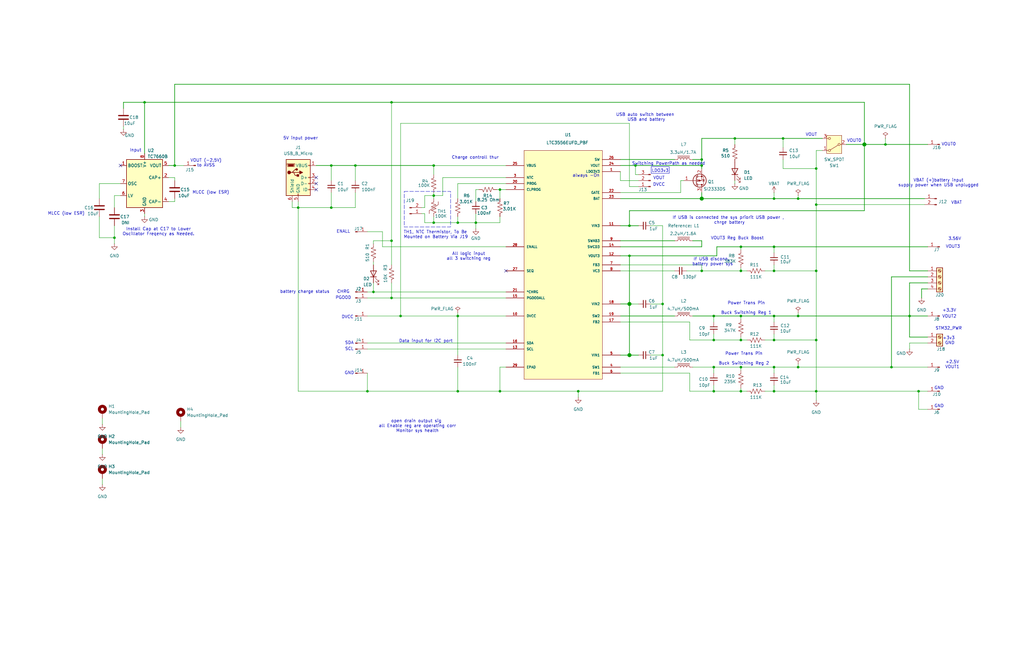
<source format=kicad_sch>
(kicad_sch (version 20231120) (generator "eeschema") (generator_version "8.0")
  (paper "B")
  (title_block (title "LTC3556EUFD_PBF") (date "11/11/2024") (rev "1.1") (company "Team 9") (comment 1 "Kirk Young"))
  (lib_symbols
    (symbol "Connector:Conn_01x01_Pin" (pin_names (offset 1.016) hide)
      (property "Reference" "J" (at 0 2.54 0))
      (property "Value" "Conn_01x01_Pin" (at 0 -2.54 0))
      (symbol "Conn_01x01_Pin_1_1"
        (pin passive line (at 5.08 0 180) (length 3.81) (name "Pin_1") (number "1"))
      )
    )
    (symbol "Connector:Conn_01x02_Pin" (pin_names (offset 1.016) hide)
      (property "Reference" "J" (at 0 2.54 0))
      (property "Value" "Conn_01x02_Pin" (at 0 -5.08 0))
      (symbol "Conn_01x02_Pin_1_1"
        (pin passive line (at 5.08 0 180) (length 3.81) (name "Pin_1") (number "1"))
        (pin passive line (at 5.08 -2.54 180) (length 3.81) (name "Pin_2") (number "2"))
      )
    )
    (symbol "Connector:Conn_01x03_Pin" (pin_names (offset 1.016) hide)
      (property "Reference" "J" (at 0 5.08 0))
      (property "Value" "Conn_01x03_Pin" (at 0 -5.08 0))
      (symbol "Conn_01x03_Pin_1_1"
        (pin passive line (at 5.08 2.54 180) (length 3.81) (name "Pin_1") (number "1"))
        (pin passive line (at 5.08 0 180) (length 3.81) (name "Pin_2") (number "2"))
        (pin passive line (at 5.08 -2.54 180) (length 3.81) (name "Pin_3") (number "3"))
      )
    )
    (symbol "Connector:Screw_Terminal_01x02" (pin_names (offset 1.016) hide)
      (property "Reference" "J" (at 0 2.54 0))
      (property "Value" "Screw_Terminal_01x02" (at 0 -5.08 0))
      (symbol "Screw_Terminal_01x02_1_1"
        (pin passive line (at -5.08 0 0) (length 3.81) (name "Pin_1") (number "1"))
        (pin passive line (at -5.08 -2.54 0) (length 3.81) (name "Pin_2") (number "2"))
      )
    )
    (symbol "Connector:Screw_Terminal_01x04" (pin_names (offset 1.016) hide)
      (property "Reference" "J" (at 0 5.08 0))
      (property "Value" "Screw_Terminal_01x04" (at 0 -7.62 0))
      (symbol "Screw_Terminal_01x04_1_1"
        (pin passive line (at -5.08 2.54 0) (length 3.81) (name "Pin_1") (number "1"))
        (pin passive line (at -5.08 0 0) (length 3.81) (name "Pin_2") (number "2"))
        (pin passive line (at -5.08 -2.54 0) (length 3.81) (name "Pin_3") (number "3"))
        (pin passive line (at -5.08 -5.08 0) (length 3.81) (name "Pin_4") (number "4"))
      )
    )
    (symbol "Connector:USB_B_Micro" (pin_names (offset 1.016))
      (property "Reference" "J" (at -5.08 11.43 0))
      (property "Value" "USB_B_Micro" (at -5.08 8.89 0))
      (symbol "USB_B_Micro_1_1"
        (pin power_out line (at 7.62 5.08 180) (length 2.54) (name "VBUS") (number "1"))
        (pin bidirectional line (at 7.62 -2.54 180) (length 2.54) (name "D-") (number "2"))
        (pin bidirectional line (at 7.62 0 180) (length 2.54) (name "D+") (number "3"))
        (pin passive line (at 7.62 -5.08 180) (length 2.54) (name "ID") (number "4"))
        (pin power_out line (at 0 -10.16 90) (length 2.54) (name "GND") (number "5"))
        (pin passive line (at -2.54 -10.16 90) (length 2.54) (name "Shield") (number "6"))
      )
    )
    (symbol "Converter_DCDC:TC7662Bx0A"
      (property "Reference" "U" (at -6.35 11.43 0))
      (property "Value" "TC7662Bx0A" (at 7.62 11.43 0))
      (symbol "TC7662Bx0A_1_1"
        (pin input line (at -10.16 7.62 0) (length 2.54) (name "BOOST") (number "1"))
        (pin passive line (at 10.16 2.54 180) (length 2.54) (name "CAP+") (number "2"))
        (pin power_in line (at 0 -12.7 90) (length 2.54) (name "GND") (number "3"))
        (pin passive line (at 10.16 -7.62 180) (length 2.54) (name "CAP-") (number "4"))
        (pin power_out line (at 10.16 7.62 180) (length 2.54) (name "VOUT") (number "5"))
        (pin input line (at -10.16 -5.08 0) (length 2.54) (name "LV") (number "6"))
        (pin passive line (at -10.16 0 0) (length 2.54) (name "OSC") (number "7"))
        (pin power_in line (at 0 12.7 270) (length 2.54) (name "V+") (number "8"))
      )
    )
    (symbol "Device:C" (pin_numbers hide) (pin_names (offset 0.254))
      (property "Reference" "C" (at 0.635 2.54 0))
      (property "Value" "C" (at 0.635 -2.54 0))
      (symbol "C_1_1"
        (pin passive line (at 0 3.81 270) (length 2.794) (name "~") (number "1"))
        (pin passive line (at 0 -3.81 90) (length 2.794) (name "~") (number "2"))
      )
    )
    (symbol "Device:C_Small" (pin_numbers hide) (pin_names (offset 0.254) hide)
      (property "Reference" "C" (at 0.254 1.778 0))
      (property "Value" "C_Small" (at 0.254 -2.032 0))
      (symbol "C_Small_1_1"
        (pin passive line (at 0 2.54 270) (length 2.032) (name "~") (number "1"))
        (pin passive line (at 0 -2.54 90) (length 2.032) (name "~") (number "2"))
      )
    )
    (symbol "Device:LED" (pin_numbers hide) (pin_names (offset 1.016) hide)
      (property "Reference" "D" (at 0 2.54 0))
      (property "Value" "LED" (at 0 -2.54 0))
      (symbol "LED_1_1"
        (pin passive line (at -3.81 0 0) (length 2.54) (name "K") (number "1"))
        (pin passive line (at 3.81 0 180) (length 2.54) (name "A") (number "2"))
      )
    )
    (symbol "Device:L_Iron" (pin_numbers hide) (pin_names (offset 1.016) hide)
      (property "Reference" "L" (at -1.27 0 90))
      (property "Value" "L_Iron" (at 2.794 0 90))
      (symbol "L_Iron_1_1"
        (pin passive line (at 0 3.81 270) (length 1.27) (name "1") (number "1"))
        (pin passive line (at 0 -3.81 90) (length 1.27) (name "2") (number "2"))
      )
    )
    (symbol "Device:R_US" (pin_numbers hide) (pin_names (offset 0))
      (property "Reference" "R" (at 2.54 0 90))
      (property "Value" "R_US" (at -2.54 0 90))
      (symbol "R_US_1_1"
        (pin passive line (at 0 3.81 270) (length 1.27) (name "~") (number "1"))
        (pin passive line (at 0 -3.81 90) (length 1.27) (name "~") (number "2"))
      )
    )
    (symbol "Device:Thermistor_US" (pin_numbers hide) (pin_names (offset 0))
      (property "Reference" "TH" (at 2.54 1.27 90))
      (property "Value" "Thermistor_US" (at -2.54 0 90))
      (symbol "Thermistor_US_1_1"
        (pin passive line (at 0 3.81 270) (length 1.27) (name "~") (number "1"))
        (pin passive line (at 0 -3.81 90) (length 1.27) (name "~") (number "2"))
      )
    )
    (symbol "LTC3556EUFD_PBF:LTC3556EUFD_PBF" (pin_names (offset 1.016))
      (property "Reference" "U1" (at 26.162 6.604 0))
      (property "Value" "LTC3556EUFD_PBF" (at 25.908 3.302 0))
      (symbol "LTC3556EUFD_PBF_0_0"
        (pin power_out line (at 48.26 -8.89 180) (length 7.62) (name "LDO3V3") (number "1"))
        (pin power_in line (at 0 -69.85 0) (length 7.62) (name "DVCC") (number "10"))
        (pin input line (at 48.26 -31.75 180) (length 7.62) (name "VIN3") (number "11"))
        (pin output line (at 48.26 -44.45 180) (length 7.62) (name "VOUT3") (number "12"))
        (pin input line (at 0 -83.82 0) (length 7.62) (name "SCL") (number "13"))
        (pin passive line (at 48.26 -40.64 180) (length 7.62) (name "SWCD3") (number "14"))
        (pin output line (at 0 -62.23 0) (length 7.62) (name "PGOODALL") (number "15"))
        (pin input line (at 0 -81.28 0) (length 7.62) (name "SDA") (number "16"))
        (pin input line (at 48.26 -72.39 180) (length 7.62) (name "FB2") (number "17"))
        (pin input line (at 48.26 -64.77 180) (length 7.62) (name "VIN2") (number "18"))
        (pin passive line (at 48.26 -69.85 180) (length 7.62) (name "SW2") (number "19"))
        (pin passive line (at 0 -16.51 0) (length 7.62) (name "CLPROG") (number "2"))
        (pin passive line (at 0 -13.97 0) (length 7.62) (name "PROG") (number "20"))
        (pin output line (at 0 -59.69 0) (length 7.62) (name "*CHRG") (number "21"))
        (pin output line (at 48.26 -17.78 180) (length 7.62) (name "GATE") (number "22"))
        (pin passive line (at 48.26 -20.32 180) (length 7.62) (name "BAT") (number "23"))
        (pin output line (at 48.26 -6.35 180) (length 7.62) (name "VOUT") (number "24"))
        (pin input line (at 0 -6.35 0) (length 7.62) (name "VBUS") (number "25"))
        (pin passive line (at 48.26 -3.81 180) (length 7.62) (name "SW") (number "26"))
        (pin input line (at 0 -50.8 0) (length 7.62) (name "SEQ") (number "27"))
        (pin input line (at 0 -40.64 0) (length 7.62) (name "ENALL") (number "28"))
        (pin passive line (at 0 -91.44 0) (length 7.62) (name "EPAD") (number "29"))
        (pin input line (at 0 -11.43 0) (length 7.62) (name "NTC") (number "3"))
        (pin passive line (at 48.26 -91.44 180) (length 7.62) (name "SW1") (number "4"))
        (pin input line (at 48.26 -86.36 180) (length 7.62) (name "VIN1") (number "5"))
        (pin input line (at 48.26 -93.98 180) (length 7.62) (name "FB1") (number "6"))
        (pin input line (at 48.26 -48.26 180) (length 7.62) (name "FB3") (number "7"))
        (pin output line (at 48.26 -50.8 180) (length 7.62) (name "VC3") (number "8"))
        (pin passive line (at 48.26 -38.1 180) (length 7.62) (name "SWAB3") (number "9"))
      )
    )
    (symbol "Mechanical:MountingHole_Pad" (pin_numbers hide) (pin_names (offset 1.016) hide) (exclude_from_sim yes) (in_bom no)
      (property "Reference" "H" (at 0 6.35 0))
      (property "Value" "MountingHole_Pad" (at 0 4.445 0))
      (symbol "MountingHole_Pad_1_1"
        (pin input line (at 0 -2.54 90) (length 2.54) (name "1") (number "1"))
      )
    )
    (symbol "SW_SPDT_1" (pin_names (offset 0) hide)
      (property "Reference" "SW" (at 0 5.08 0))
      (property "Value" "SW_SPDT" (at 0 -5.08 0))
      (symbol "SW_SPDT_1_1_1"
        (pin passive line (at 5.08 2.54 180) (length 2.54) (name "A") (number "1"))
        (pin passive line (at -5.08 0 0) (length 2.54) (name "B") (number "2"))
        (pin passive line (at 5.08 -2.54 180) (length 2.54) (name "C") (number "3"))
      )
    )
    (symbol "Transistor_FET:Si2319CDS" (pin_names hide)
      (property "Reference" "Q" (at 5.08 1.905 0))
      (property "Value" "Si2319CDS" (at 5.08 0 0))
      (symbol "Si2319CDS_1_1"
        (pin input line (at -5.08 0 0) (length 2.54) (name "G") (number "1"))
        (pin passive line (at 2.54 -5.08 90) (length 2.54) (name "S") (number "2"))
        (pin passive line (at 2.54 5.08 270) (length 2.54) (name "D") (number "3"))
      )
    )
    (symbol "power:+BATT" (power) (pin_numbers hide) (pin_names (offset 0) hide)
      (property "Value" "+BATT" (at 0 3.556 0))
      (symbol "+BATT_1_1"
        (pin power_in line (at 0 0 90) (length 0) (name "~") (number "1"))
      )
    )
    (symbol "power:GND" (power) (pin_numbers hide) (pin_names (offset 0) hide)
      (property "Value" "GND" (at 0 -3.81 0))
      (symbol "GND_1_1"
        (pin power_in line (at 0 0 270) (length 0) (name "~") (number "1"))
      )
    )
    (symbol "power:PWR_FLAG" (power) (pin_numbers hide) (pin_names (offset 0) hide)
      (property "Value" "PWR_FLAG" (at 0 3.81 0))
      (symbol "PWR_FLAG_0_0"
        (pin power_out line (at 0 0 90) (length 0) (name "~") (number "1"))
      )
    )
  )
  (junction (at 182.88 69.85))
  (junction (at 364.49 60.96) (diameter 1.524))
  (junction (at 336.55 154.94))
  (junction (at 309.88 58.42))
  (junction (at 149.86 69.85))
  (junction (at 326.39 154.94))
  (junction (at 165.1 43.18))
  (junction (at 243.84 165.1))
  (junction (at 344.17 114.3))
  (junction (at 182.88 93.98))
  (junction (at 312.42 133.35))
  (junction (at 139.7 69.85))
  (junction (at 265.43 149.86) (diameter 1.524))
  (junction (at 193.04 165.1))
  (junction (at 139.7 87.63))
  (junction (at 326.39 143.51))
  (junction (at 300.99 133.35))
  (junction (at 295.91 114.3))
  (junction (at 326.39 165.1))
  (junction (at 344.17 71.12))
  (junction (at 312.42 165.1))
  (junction (at 300.99 154.94))
  (junction (at 125.73 87.63))
  (junction (at 193.04 93.98))
  (junction (at 168.91 133.35))
  (junction (at 326.39 114.3))
  (junction (at 295.91 67.31))
  (junction (at 295.91 69.85))
  (junction (at 279.4 128.27))
  (junction (at 73.66 69.85))
  (junction (at 336.55 133.35))
  (junction (at 300.99 165.1))
  (junction (at 182.88 82.55))
  (junction (at 210.82 165.1))
  (junction (at 344.17 143.51))
  (junction (at 300.99 143.51))
  (junction (at 375.92 154.94))
  (junction (at 312.42 154.94))
  (junction (at 200.66 93.98))
  (junction (at 326.39 83.82))
  (junction (at 265.43 95.25))
  (junction (at 193.04 133.35))
  (junction (at 165.1 101.6))
  (junction (at 295.91 83.82) (diameter 1.524))
  (junction (at 60.96 43.18))
  (junction (at 312.42 143.51))
  (junction (at 373.38 60.96))
  (junction (at 312.42 114.3))
  (junction (at 48.26 100.33))
  (junction (at 157.48 123.19))
  (junction (at 265.43 107.95))
  (junction (at 344.17 86.36))
  (junction (at 154.94 165.1))
  (junction (at 165.1 125.73))
  (junction (at 312.42 104.14))
  (junction (at 387.35 165.1))
  (junction (at 265.43 128.27) (diameter 1.524))
  (junction (at 344.17 165.1))
  (junction (at 383.54 133.35))
  (junction (at 279.4 149.86))
  (junction (at 330.2 58.42))
  (junction (at 326.39 104.14))
  (junction (at 267.97 69.85))
  (junction (at 326.39 133.35))
  (junction (at 210.82 80.01))
  (junction (at 336.55 83.82))
  (no_connect (at 50.8 69.85))
  (no_connect (at 133.35 74.93))
  (no_connect (at 133.35 77.47))
  (no_connect (at 133.35 80.01))
  (no_connect (at 213.36 114.3))
  (wire (pts (xy 71.12 85.09) (xy 73.66 85.09)))
  (wire (pts (xy 149.86 87.63) (xy 139.7 87.63)))
  (wire (pts (xy 300.99 162.56) (xy 300.99 165.1)))
  (wire (pts (xy 261.62 83.82) (xy 295.91 83.82)) (stroke (width 0.254)))
  (wire (pts (xy 261.62 67.31) (xy 284.48 67.31)) (stroke (width 0.254)))
  (wire (pts (xy 346.71 63.5) (xy 344.17 63.5)))
  (wire (pts (xy 76.2 177.8) (xy 76.2 180.34)))
  (wire (pts (xy 165.1 43.18) (xy 165.1 101.6)))
  (wire (pts (xy 193.04 133.35) (xy 213.36 133.35)))
  (wire (pts (xy 391.16 116.84) (xy 375.92 116.84)) (stroke (width 0.254)))
  (wire (pts (xy 168.91 133.35) (xy 193.04 133.35)))
  (wire (pts (xy 265.43 88.9) (xy 265.43 95.25)) (stroke (width 0.254)))
  (wire (pts (xy 154.94 157.48) (xy 154.94 165.1)))
  (wire (pts (xy 383.54 144.78) (xy 383.54 147.32)))
  (wire (pts (xy 330.2 67.31) (xy 330.2 71.12)))
  (wire (pts (xy 154.94 97.79) (xy 161.29 97.79)))
  (wire (pts (xy 295.91 81.28) (xy 295.91 83.82)) (stroke (width 0.254)))
  (wire (pts (xy 210.82 80.01) (xy 210.82 83.82)))
  (wire (pts (xy 200.66 93.98) (xy 200.66 96.52)))
  (wire (pts (xy 287.02 81.28) (xy 287.02 76.2)))
  (wire (pts (xy 295.91 104.14) (xy 261.62 104.14)) (stroke (width 0.254)))
  (wire (pts (xy 210.82 80.01) (xy 213.36 80.01)))
  (wire (pts (xy 133.35 69.85) (xy 139.7 69.85)) (stroke (width 0.254)))
  (wire (pts (xy 265.43 52.07) (xy 168.91 52.07)))
  (wire (pts (xy 391.16 119.38) (xy 383.54 119.38)) (stroke (width 0.254)))
  (wire (pts (xy 312.42 104.14) (xy 312.42 105.41)))
  (wire (pts (xy 261.62 154.94) (xy 284.48 154.94)))
  (wire (pts (xy 326.39 83.82) (xy 336.55 83.82)) (stroke (width 0.254)))
  (wire (pts (xy 200.66 80.01) (xy 200.66 85.09)))
  (wire (pts (xy 125.73 87.63) (xy 125.73 165.1)))
  (wire (pts (xy 326.39 143.51) (xy 344.17 143.51)))
  (wire (pts (xy 261.62 95.25) (xy 265.43 95.25)) (stroke (width 0.254)))
  (wire (pts (xy 373.38 58.42) (xy 373.38 60.96)))
  (wire (pts (xy 312.42 156.21) (xy 312.42 154.94)))
  (wire (pts (xy 139.7 69.85) (xy 139.7 76.2)))
  (wire (pts (xy 161.29 104.14) (xy 213.36 104.14)))
  (wire (pts (xy 43.18 176.53) (xy 43.18 179.07)))
  (wire (pts (xy 287.02 76.2) (xy 288.29 76.2)))
  (wire (pts (xy 261.62 101.6) (xy 284.48 101.6)) (stroke (width 0.254)))
  (wire (pts (xy 182.88 82.55) (xy 182.88 83.82)))
  (wire (pts (xy 344.17 165.1) (xy 344.17 168.91)))
  (wire (pts (xy 200.66 80.01) (xy 201.93 80.01)))
  (wire (pts (xy 123.19 87.63) (xy 125.73 87.63)))
  (wire (pts (xy 179.07 82.55) (xy 182.88 82.55)))
  (wire (pts (xy 364.49 43.18) (xy 364.49 60.96)) (stroke (width 0.254)))
  (wire (pts (xy 210.82 154.94) (xy 213.36 154.94)))
  (wire (pts (xy 326.39 106.68) (xy 326.39 104.14)))
  (wire (pts (xy 383.54 133.35) (xy 383.54 142.24)) (stroke (width 0.254)))
  (wire (pts (xy 157.48 101.6) (xy 165.1 101.6)))
  (wire (pts (xy 312.42 134.62) (xy 312.42 133.35)))
  (wire (pts (xy 292.1 154.94) (xy 300.99 154.94)))
  (wire (pts (xy 261.62 69.85) (xy 267.97 69.85)) (stroke (width 0.254)))
  (wire (pts (xy 326.39 104.14) (xy 391.16 104.14)) (stroke (width 0.254)))
  (wire (pts (xy 391.16 172.72) (xy 387.35 172.72)))
  (wire (pts (xy 213.36 74.93) (xy 186.69 74.93)))
  (wire (pts (xy 388.62 121.92) (xy 388.62 125.73)) (stroke (width 0.254)))
  (wire (pts (xy 300.99 140.97) (xy 300.99 143.51)))
  (wire (pts (xy 344.17 86.36) (xy 344.17 114.3)))
  (wire (pts (xy 326.39 140.97) (xy 326.39 143.51)))
  (wire (pts (xy 73.66 35.56) (xy 383.54 35.56)) (stroke (width 0.254)))
  (wire (pts (xy 168.91 52.07) (xy 168.91 133.35)))
  (wire (pts (xy 186.69 74.93) (xy 186.69 82.55)))
  (wire (pts (xy 373.38 60.96) (xy 391.16 60.96)) (stroke (width 0.254)))
  (wire (pts (xy 309.88 58.42) (xy 309.88 60.96)))
  (wire (pts (xy 295.91 58.42) (xy 309.88 58.42)) (stroke (width 0.254)))
  (wire (pts (xy 326.39 157.48) (xy 326.39 154.94)))
  (wire (pts (xy 261.62 76.2) (xy 269.24 76.2)))
  (wire (pts (xy 265.43 107.95) (xy 302.26 107.95)) (stroke (width 0.254)))
  (wire (pts (xy 261.62 107.95) (xy 265.43 107.95)) (stroke (width 0.254)))
  (wire (pts (xy 289.56 114.3) (xy 295.91 114.3)))
  (wire (pts (xy 182.88 93.98) (xy 193.04 93.98)))
  (wire (pts (xy 261.62 133.35) (xy 284.48 133.35)) (stroke (width 0.254)))
  (wire (pts (xy 60.96 43.18) (xy 165.1 43.18)) (stroke (width 0.254)))
  (wire (pts (xy 48.26 100.33) (xy 48.26 95.25)))
  (wire (pts (xy 154.94 165.1) (xy 193.04 165.1)))
  (wire (pts (xy 300.99 135.89) (xy 300.99 133.35)))
  (wire (pts (xy 210.82 154.94) (xy 210.82 165.1)))
  (wire (pts (xy 344.17 86.36) (xy 389.89 86.36)))
  (wire (pts (xy 312.42 104.14) (xy 326.39 104.14)) (stroke (width 0.254)))
  (wire (pts (xy 312.42 143.51) (xy 312.42 142.24)))
  (wire (pts (xy 344.17 63.5) (xy 344.17 71.12)))
  (wire (pts (xy 336.55 153.67) (xy 336.55 154.94)))
  (wire (pts (xy 182.88 73.66) (xy 182.88 69.85)))
  (wire (pts (xy 274.32 149.86) (xy 279.4 149.86)))
  (wire (pts (xy 290.83 157.48) (xy 290.83 165.1)))
  (wire (pts (xy 261.62 135.89) (xy 290.83 135.89)))
  (wire (pts (xy 154.94 123.19) (xy 157.48 123.19)))
  (wire (pts (xy 388.62 121.92) (xy 391.16 121.92)) (stroke (width 0.254)))
  (wire (pts (xy 326.39 165.1) (xy 344.17 165.1)))
  (wire (pts (xy 344.17 114.3) (xy 344.17 143.51)))
  (wire (pts (xy 48.26 102.87) (xy 48.26 100.33)))
  (wire (pts (xy 48.26 87.63) (xy 48.26 82.55)))
  (wire (pts (xy 336.55 83.82) (xy 389.89 83.82)) (stroke (width 0.254)))
  (wire (pts (xy 179.07 87.63) (xy 179.07 82.55)))
  (wire (pts (xy 154.94 133.35) (xy 168.91 133.35)))
  (wire (pts (xy 41.91 77.47) (xy 50.8 77.47)))
  (wire (pts (xy 383.54 119.38) (xy 383.54 133.35)) (stroke (width 0.254)))
  (wire (pts (xy 274.32 128.27) (xy 279.4 128.27)))
  (wire (pts (xy 179.07 93.98) (xy 182.88 93.98)))
  (wire (pts (xy 292.1 133.35) (xy 300.99 133.35)) (stroke (width 0.254)))
  (wire (pts (xy 52.07 43.18) (xy 52.07 45.72)) (stroke (width 0.254)))
  (wire (pts (xy 193.04 93.98) (xy 200.66 93.98)))
  (wire (pts (xy 290.83 143.51) (xy 300.99 143.51)))
  (wire (pts (xy 165.1 119.38) (xy 165.1 125.73)))
  (wire (pts (xy 73.66 69.85) (xy 71.12 69.85)) (stroke (width 0.254)))
  (wire (pts (xy 336.55 133.35) (xy 383.54 133.35)) (stroke (width 0.254)))
  (wire (pts (xy 300.99 165.1) (xy 312.42 165.1)))
  (wire (pts (xy 295.91 101.6) (xy 295.91 104.14)) (stroke (width 0.254)))
  (wire (pts (xy 309.88 58.42) (xy 330.2 58.42)) (stroke (width 0.254)))
  (wire (pts (xy 165.1 43.18) (xy 364.49 43.18)) (stroke (width 0.254)))
  (wire (pts (xy 125.73 87.63) (xy 139.7 87.63)))
  (wire (pts (xy 154.94 147.32) (xy 213.36 147.32)))
  (wire (pts (xy 243.84 165.1) (xy 243.84 167.64)))
  (wire (pts (xy 182.88 81.28) (xy 182.88 82.55)))
  (wire (pts (xy 261.62 128.27) (xy 265.43 128.27)) (stroke (width 0.254)))
  (wire (pts (xy 383.54 114.3) (xy 391.16 114.3)) (stroke (width 0.254)))
  (wire (pts (xy 322.58 143.51) (xy 326.39 143.51)))
  (wire (pts (xy 73.66 69.85) (xy 77.47 69.85)))
  (wire (pts (xy 41.91 91.44) (xy 41.91 100.33)))
  (wire (pts (xy 177.8 87.63) (xy 179.07 87.63)))
  (wire (pts (xy 300.99 157.48) (xy 300.99 154.94)))
  (wire (pts (xy 302.26 104.14) (xy 302.26 107.95)) (stroke (width 0.254)))
  (wire (pts (xy 265.43 149.86) (xy 269.24 149.86)) (stroke (width 0.254)))
  (wire (pts (xy 265.43 95.25) (xy 269.24 95.25)) (stroke (width 0.254)))
  (wire (pts (xy 157.48 119.38) (xy 157.48 123.19)))
  (wire (pts (xy 292.1 101.6) (xy 295.91 101.6)) (stroke (width 0.254)))
  (wire (pts (xy 274.32 95.25) (xy 279.4 95.25)))
  (wire (pts (xy 383.54 133.35) (xy 391.16 133.35)) (stroke (width 0.254)))
  (wire (pts (xy 193.04 91.44) (xy 193.04 93.98)))
  (wire (pts (xy 302.26 104.14) (xy 312.42 104.14)) (stroke (width 0.254)))
  (wire (pts (xy 154.94 144.78) (xy 213.36 144.78)))
  (wire (pts (xy 364.49 88.9) (xy 364.49 60.96)) (stroke (width 0.254)))
  (wire (pts (xy 383.54 114.3) (xy 383.54 35.56)) (stroke (width 0.254)))
  (wire (pts (xy 243.84 165.1) (xy 210.82 165.1)))
  (wire (pts (xy 326.39 135.89) (xy 326.39 133.35)))
  (wire (pts (xy 279.4 95.25) (xy 279.4 128.27)))
  (wire (pts (xy 330.2 58.42) (xy 330.2 62.23)))
  (wire (pts (xy 60.96 90.17) (xy 60.96 91.44)))
  (wire (pts (xy 373.38 60.96) (xy 364.49 60.96)) (stroke (width 0.254)))
  (wire (pts (xy 312.42 114.3) (xy 314.96 114.3)))
  (wire (pts (xy 326.39 133.35) (xy 336.55 133.35)) (stroke (width 0.254)))
  (wire (pts (xy 295.91 111.76) (xy 295.91 114.3)))
  (wire (pts (xy 269.24 78.74) (xy 265.43 78.74)))
  (wire (pts (xy 309.88 76.2) (xy 309.88 77.47)))
  (wire (pts (xy 322.58 114.3) (xy 326.39 114.3)))
  (wire (pts (xy 326.39 162.56) (xy 326.39 165.1)))
  (wire (pts (xy 312.42 165.1) (xy 312.42 163.83)))
  (wire (pts (xy 139.7 69.85) (xy 149.86 69.85)) (stroke (width 0.254)))
  (wire (pts (xy 73.66 85.09) (xy 73.66 83.82)))
  (wire (pts (xy 261.62 114.3) (xy 284.48 114.3)))
  (wire (pts (xy 265.43 128.27) (xy 265.43 107.95)) (stroke (width 0.254)))
  (wire (pts (xy 43.18 189.23) (xy 43.18 191.77)))
  (wire (pts (xy 336.55 82.55) (xy 336.55 83.82)))
  (wire (pts (xy 295.91 69.85) (xy 295.91 67.31)) (stroke (width 0.254)))
  (wire (pts (xy 125.73 165.1) (xy 154.94 165.1)))
  (wire (pts (xy 290.83 165.1) (xy 300.99 165.1)))
  (wire (pts (xy 300.99 154.94) (xy 312.42 154.94)))
  (wire (pts (xy 41.91 100.33) (xy 48.26 100.33)))
  (wire (pts (xy 300.99 133.35) (xy 312.42 133.35)) (stroke (width 0.254)))
  (wire (pts (xy 292.1 67.31) (xy 295.91 67.31)) (stroke (width 0.254)))
  (wire (pts (xy 209.55 80.01) (xy 210.82 80.01)))
  (wire (pts (xy 261.62 76.2) (xy 261.62 72.39)))
  (wire (pts (xy 265.43 128.27) (xy 269.24 128.27)))
  (wire (pts (xy 295.91 58.42) (xy 295.91 67.31)) (stroke (width 0.254)))
  (wire (pts (xy 344.17 71.12) (xy 344.17 86.36)))
  (wire (pts (xy 182.88 91.44) (xy 182.88 93.98)))
  (wire (pts (xy 322.58 165.1) (xy 326.39 165.1)))
  (wire (pts (xy 312.42 133.35) (xy 326.39 133.35)) (stroke (width 0.254)))
  (wire (pts (xy 52.07 43.18) (xy 60.96 43.18)) (stroke (width 0.254)))
  (wire (pts (xy 326.39 111.76) (xy 326.39 114.3)))
  (wire (pts (xy 161.29 97.79) (xy 161.29 104.14)))
  (wire (pts (xy 312.42 114.3) (xy 312.42 113.03)))
  (wire (pts (xy 193.04 77.47) (xy 193.04 83.82)))
  (wire (pts (xy 269.24 73.66) (xy 267.97 73.66)))
  (wire (pts (xy 193.04 132.08) (xy 193.04 133.35)))
  (wire (pts (xy 336.55 132.08) (xy 336.55 133.35)))
  (wire (pts (xy 179.07 90.17) (xy 179.07 93.98)))
  (wire (pts (xy 295.91 83.82) (xy 326.39 83.82)) (stroke (width 0.254)))
  (wire (pts (xy 200.66 90.17) (xy 200.66 93.98)))
  (wire (pts (xy 123.19 85.09) (xy 123.19 87.63)))
  (wire (pts (xy 326.39 81.28) (xy 326.39 83.82)))
  (wire (pts (xy 43.18 201.93) (xy 43.18 204.47)))
  (wire (pts (xy 210.82 91.44) (xy 210.82 93.98)))
  (wire (pts (xy 125.73 85.09) (xy 125.73 87.63)))
  (wire (pts (xy 157.48 123.19) (xy 213.36 123.19)))
  (wire (pts (xy 149.86 69.85) (xy 149.86 76.2)))
  (wire (pts (xy 139.7 81.28) (xy 139.7 87.63)))
  (wire (pts (xy 200.66 93.98) (xy 210.82 93.98)))
  (wire (pts (xy 265.43 78.74) (xy 265.43 52.07)))
  (wire (pts (xy 295.91 69.85) (xy 295.91 71.12)) (stroke (width 0.254)))
  (wire (pts (xy 154.94 125.73) (xy 165.1 125.73)))
  (wire (pts (xy 193.04 77.47) (xy 213.36 77.47)))
  (wire (pts (xy 157.48 101.6) (xy 157.48 102.87)))
  (wire (pts (xy 391.16 144.78) (xy 383.54 144.78)))
  (wire (pts (xy 60.96 43.18) (xy 60.96 64.77)) (stroke (width 0.254)))
  (wire (pts (xy 287.02 81.28) (xy 261.62 81.28)))
  (wire (pts (xy 279.4 128.27) (xy 279.4 149.86)))
  (wire (pts (xy 149.86 69.85) (xy 182.88 69.85)) (stroke (width 0.254)))
  (wire (pts (xy 326.39 114.3) (xy 344.17 114.3)))
  (wire (pts (xy 48.26 82.55) (xy 50.8 82.55)))
  (wire (pts (xy 364.49 60.96) (xy 356.87 60.96)) (stroke (width 0.254)))
  (wire (pts (xy 261.62 111.76) (xy 295.91 111.76)))
  (wire (pts (xy 193.04 165.1) (xy 210.82 165.1)))
  (wire (pts (xy 165.1 125.73) (xy 213.36 125.73)))
  (wire (pts (xy 312.42 154.94) (xy 326.39 154.94)))
  (wire (pts (xy 149.86 81.28) (xy 149.86 87.63)))
  (wire (pts (xy 182.88 69.85) (xy 213.36 69.85)))
  (wire (pts (xy 344.17 165.1) (xy 387.35 165.1)))
  (wire (pts (xy 330.2 71.12) (xy 344.17 71.12)))
  (wire (pts (xy 375.92 116.84) (xy 375.92 154.94)) (stroke (width 0.254)))
  (wire (pts (xy 182.88 82.55) (xy 186.69 82.55)))
  (wire (pts (xy 177.8 90.17) (xy 179.07 90.17)))
  (wire (pts (xy 279.4 165.1) (xy 243.84 165.1)))
  (wire (pts (xy 330.2 58.42) (xy 346.71 58.42)) (stroke (width 0.254)))
  (wire (pts (xy 344.17 143.51) (xy 344.17 165.1)))
  (wire (pts (xy 41.91 83.82) (xy 41.91 77.47)))
  (wire (pts (xy 261.62 157.48) (xy 290.83 157.48)))
  (wire (pts (xy 73.66 35.56) (xy 73.66 69.85)) (stroke (width 0.254)))
  (wire (pts (xy 336.55 154.94) (xy 375.92 154.94)))
  (wire (pts (xy 193.04 165.1) (xy 193.04 154.94)))
  (wire (pts (xy 157.48 111.76) (xy 157.48 110.49)))
  (wire (pts (xy 52.07 53.34) (xy 52.07 54.61)))
  (wire (pts (xy 261.62 149.86) (xy 265.43 149.86)) (stroke (width 0.254)))
  (wire (pts (xy 267.97 69.85) (xy 267.97 73.66)))
  (wire (pts (xy 165.1 101.6) (xy 165.1 111.76)))
  (wire (pts (xy 265.43 128.27) (xy 265.43 149.86)) (stroke (width 0.254)))
  (wire (pts (xy 193.04 133.35) (xy 193.04 149.86)))
  (wire (pts (xy 295.91 114.3) (xy 312.42 114.3)))
  (wire (pts (xy 383.54 142.24) (xy 391.16 142.24)) (stroke (width 0.254)))
  (wire (pts (xy 71.12 74.93) (xy 73.66 74.93)))
  (wire (pts (xy 326.39 154.94) (xy 336.55 154.94)))
  (wire (pts (xy 279.4 149.86) (xy 279.4 165.1)))
  (wire (pts (xy 267.97 69.85) (xy 295.91 69.85)) (stroke (width 0.254)))
  (wire (pts (xy 387.35 172.72) (xy 387.35 165.1)))
  (wire (pts (xy 265.43 88.9) (xy 364.49 88.9)) (stroke (width 0.254)))
  (wire (pts (xy 375.92 154.94) (xy 391.16 154.94)))
  (wire (pts (xy 312.42 143.51) (xy 314.96 143.51)))
  (wire (pts (xy 290.83 135.89) (xy 290.83 143.51)))
  (wire (pts (xy 312.42 165.1) (xy 314.96 165.1)))
  (wire (pts (xy 387.35 165.1) (xy 391.16 165.1)))
  (wire (pts (xy 300.99 143.51) (xy 312.42 143.51)))
  (wire (pts (xy 73.66 74.93) (xy 73.66 76.2)))
  (rectangle (start 274.574 70.358) (end 282.194 73.152))
  (rectangle (start 170.434 80.772) (end 189.992 95.758) (stroke (width 0) (type dash)))
  (text "Power Trans Pin\n\nBuck Switching Reg 2" (at 313.69 151.384 0) (effects (font (size 1.27 1.27))))
  (text "+3.3V" (at 400.304 131.064 0) (effects (font (size 1.27 1.27))))
  (text "Charge controll thur" (at 200.406 66.548 0) (effects (font (size 1.27 1.27))))
  (text "Data input for I2C port" (at 179.578 144.018 0) (effects (font (size 1.27 1.27))))
  (text "VOUT" (at 277.876 75.184 0) (effects (font (size 1.27 1.27))))
  (text "LDO3v3" (at 278.384 72.136 0) (effects (font (size 1.27 1.27))))
  (text "VOUT\n" (at 342.138 56.896 0) (effects (font (size 1.27 1.27))))
  (text "SDA" (at 147.32 144.78 0) (effects (font (size 1.27 1.27))))
  (text "If USB is connected the sys priorit USB power , \nchrge battery" (at 307.594 92.964 0) (effects (font (size 1.27 1.27))))
  (text "Input" (at 57.15 63.5 0) (effects (font (size 1.27 1.27))))
  (text "MLCC (low ESR)" (at 27.94 90.17 0) (effects (font (size 1.27 1.27))))
  (text "VOUT0\n" (at 400.05 60.96 0) (effects (font (size 1.27 1.27))))
  (text "VOUT0\n" (at 360.172 59.436 0) (effects (font (size 1.27 1.27))))
  (text "always -On" (at 247.142 74.168 0) (effects (font (size 1.27 1.27))))
  (text "DVCC" (at 146.558 133.858 0) (effects (font (size 1.27 1.27))))
  (text "VBAT (+)battery input\nsupply power when USB unplugged" (at 395.732 77.216 0) (effects (font (size 1.27 1.27))))
  (text "STM32_PWR\n\n+3v3\n GND" (at 400.05 141.732 0) (effects (font (size 1.27 1.27))))
  (text "All logic input\nall 3 switching reg" (at 197.612 108.204 0) (effects (font (size 1.27 1.27))))
  (text "GND" (at 395.986 163.83 0) (effects (font (size 1.27 1.27))))
  (text "SCL" (at 147.32 147.32 0) (effects (font (size 1.27 1.27))))
  (text "TH1, NTC Thermistor, To Be\nMounted on Battery Via J19" (at 170.18 99.06 0) (effects (font (size 1.27 1.27)) (justify left)))
  (text "5V input power" (at 126.746 58.42 0) (effects (font (size 1.27 1.27))))
  (text "VBAT" (at 403.352 85.598 0) (effects (font (size 1.27 1.27))))
  (text "USB auto switch between \nUSB and battery" (at 272.542 49.53 0) (effects (font (size 1.27 1.27))))
  (text "VOUT3" (at 401.828 104.14 0) (effects (font (size 1.27 1.27))))
  (text "GND" (at 395.986 171.45 0) (effects (font (size 1.27 1.27))))
  (text "Switching PowerPath as needed\n\n" (at 281.94 70.104 0) (effects (font (size 1.27 1.27))))
  (text "Power Trans Pin\n\nBuck Switching Reg 1" (at 314.706 130.048 0) (effects (font (size 1.27 1.27))))
  (text "DVCC" (at 277.876 77.978 0) (effects (font (size 1.27 1.27))))
  (text "VOUT (-2.5V)\nto AVSS" (at 86.868 68.834 0) (effects (font (size 1.27 1.27))))
  (text "If USB disconn, \nbattery power sys\n" (at 300.482 110.49 0) (effects (font (size 1.27 1.27))))
  (text "VOUT2" (at 400.304 133.604 0) (effects (font (size 1.27 1.27))))
  (text "Install Cap at C17 to Lower \nOscillator Freqency as Needed. " (at 67.31 97.79 0) (effects (font (size 1.27 1.27))))
  (text "open drain output sig \nall Enable reg are operating corr\nMonitor sys health" (at 176.022 179.832 0) (effects (font (size 1.27 1.27))))
  (text "GND" (at 147.32 157.48 0) (effects (font (size 1.27 1.27))))
  (text "ENALL" (at 144.78 97.79 0) (effects (font (size 1.27 1.27))))
  (text "3.56V" (at 402.59 100.838 0) (effects (font (size 1.27 1.27))))
  (text "battery charge status" (at 128.524 123.19 0) (effects (font (size 1.27 1.27))))
  (text "PGOOD" (at 144.78 125.73 0) (effects (font (size 1.27 1.27))))
  (text "+2.5V\nVOUT1" (at 401.574 153.924 0) (effects (font (size 1.27 1.27))))
  (text "MLCC (low ESR)" (at 88.9 81.28 0) (effects (font (size 1.27 1.27))))
  (text "CHRG" (at 144.78 123.19 0) (effects (font (size 1.27 1.27))))
  (text "VOUT3 Reg Buck Boost" (at 310.896 100.584 0) (effects (font (size 1.27 1.27))))
  (symbol (lib_id "Connector:Conn_01x01_Pin") (at 396.24 165.1 180) (unit 1)
    (property "Reference" "J10" (at 394.97 166.37 0))
    (property "Value" "Conn_01x01_Pin" (effects (hide yes)))
    (property "Footprint" "Connector_PinSocket_2.54mm:PinSocket_1x01_P2.54mm_Vertical" (effects (hide yes)))
    (property "Description" "Generic connector, single row, 01x01, script generated" (effects (hide yes)))
  )
  (symbol (lib_id "Connector:Conn_01x01_Pin") (at 149.86 147.32 0) (unit 1)
    (property "Reference" "J5" (at 151.13 148.59 0))
    (property "Value" "Conn_01x01_Pin" (effects (hide yes)))
    (property "Footprint" "Connector_PinSocket_2.54mm:PinSocket_1x01_P2.54mm_Vertical" (effects (hide yes)))
    (property "Description" "Generic connector, single row, 01x01, script generated" (effects (hide yes)))
  )
  (symbol (lib_id "power:GND") (at 309.88 77.47 0) (mirror y) (unit 1)
    (property "Reference" "#PWR017" (effects (hide yes)))
    (property "Value" "GND" (at 313.69 79.502 0))
    (property "Description" "Power symbol creates a global label with name \"GND\" , ground" (effects (hide yes)))
  )
  (symbol (lib_id "Device:L_Iron") (at 288.29 67.31 270) (mirror x) (unit 1)
    (property "Reference" "L7" (at 288.29 60.96 90))
    (property "Value" "3.3uH/1.7A" (at 288.036 64.262 90))
    (property "Footprint" "Inductor_SMD:L_Coilcraft_LPS4018" (effects (hide yes)))
    (property "Datasheet" "https://www.mouser.com/ProductDetail/Coilcraft/LPS4018-332MRC?qs=QQJxVsr8EGapQGERfchnNw%3D%3D" (effects (hide yes)))
    (property "Description" "Inductor with iron core" (effects (hide yes)))
  )
  (symbol (lib_name "SW_SPDT_1") (lib_id "Switch:SW_SPDT") (at 351.79 60.96 180) (unit 1)
    (property "Reference" "SW1" (at 351.79 69.85 0))
    (property "Value" "SW_SPDT" (at 351.79 67.31 0))
    (property "Footprint" "Button_Switch_THT:SW_Slide_SPDT_Straight_CK_OS102011MS2Q" (effects (hide yes)))
    (property "Description" "Switch, single pole double throw" (effects (hide yes)))
  )
  (symbol (lib_id "Device:R_US") (at 318.77 143.51 90) (mirror x) (unit 1)
    (property "Reference" "R12" (at 320.04 140.97 90) (effects (justify left)))
    (property "Value" "111K" (at 321.31 146.05 90) (effects (justify left)))
    (property "Footprint" "Resistor_SMD:R_0402_1005Metric_Pad0.72x0.64mm_HandSolder" (effects (hide yes)))
    (property "Description" "Resistor, US symbol" (effects (hide yes)))
  )
  (symbol (lib_id "Device:LED") (at 157.48 115.57 90) (unit 1)
    (property "Reference" "D2" (at 153.162 117.602 90) (effects (justify right)))
    (property "Value" "LED" (at 153.162 120.142 90) (effects (justify right)))
    (property "Footprint" "LED_SMD:LED_0805_2012Metric_Pad1.15x1.40mm_HandSolder" (effects (hide yes)))
    (property "Description" "Light emitting diode" (effects (hide yes)))
  )
  (symbol (lib_id "Device:C_Small") (at 271.78 128.27 270) (mirror x) (unit 1)
    (property "Reference" "C6" (at 274.828 127 90))
    (property "Value" "1uF" (at 275.59 129.54 90))
    (property "Footprint" "Capacitor_SMD:C_0402_1005Metric" (effects (hide yes)))
    (property "Description" "Unpolarized capacitor, small symbol" (effects (hide yes)))
  )
  (symbol (lib_id "power:GND") (at 388.62 125.73 0) (mirror y) (unit 1)
    (property "Reference" "#PWR02" (effects (hide yes)))
    (property "Value" "GND" (at 388.62 130.81 0))
    (property "Description" "Power symbol creates a global label with name \"GND\" , ground" (effects (hide yes)))
  )
  (symbol (lib_id "power:GND") (at 383.54 147.32 0) (unit 1)
    (property "Reference" "#PWR016" (effects (hide yes)))
    (property "Value" "GND" (at 379.984 149.098 0))
    (property "Description" "Power symbol creates a global label with name \"GND\" , ground" (effects (hide yes)))
  )
  (symbol (lib_id "power:GND") (at 43.18 179.07 0) (mirror y) (unit 1)
    (property "Reference" "#PWR06" (effects (hide yes)))
    (property "Value" "GND" (at 43.18 184.15 0))
    (property "Description" "Power symbol creates a global label with name \"GND\" , ground" (effects (hide yes)))
  )
  (symbol (lib_id "Connector:Conn_01x01_Pin") (at 396.24 104.14 180) (unit 1)
    (property "Reference" "J7" (at 394.97 105.41 0))
    (property "Value" "Conn_01x01_Pin" (effects (hide yes)))
    (property "Footprint" "Connector_PinSocket_2.54mm:PinSocket_1x01_P2.54mm_Vertical" (effects (hide yes)))
    (property "Description" "Generic connector, single row, 01x01, script generated" (effects (hide yes)))
  )
  (symbol (lib_id "Transistor_FET:Si2319CDS") (at 293.37 76.2 0) (mirror x) (unit 1)
    (property "Reference" "Q1" (at 298.45 76.708 0) (effects (justify left)))
    (property "Value" "SI2333DS" (at 296.672 79.756 0) (effects (justify left)))
    (property "Footprint" "Package_TO_SOT_SMD:SOT-23" (effects (hide yes)))
    (property "Datasheet" "http://www.vishay.com/docs/66709/si2319cd.pdf" (effects (hide yes)))
    (property "Description" "-4.4A Id, -40V Vds, P-Channel MOSFET, SOT-23" (effects (hide yes)))
  )
  (symbol (lib_id "Device:C") (at 52.07 49.53 0) (unit 1)
    (property "Reference" "C18" (at 58.42 49.53 0) (effects (justify right)))
    (property "Value" "10uF" (at 57.15 52.07 0) (effects (justify right)))
    (property "Footprint" "Capacitor_SMD:C_0805_2012Metric_Pad1.18x1.45mm_HandSolder" (effects (hide yes)))
    (property "Description" "Unpolarized capacitor" (effects (hide yes)))
  )
  (symbol (lib_id "power:PWR_FLAG") (at 336.55 132.08 0) (unit 1)
    (property "Reference" "#FLG04" (effects (hide yes)))
    (property "Value" "PWR_FLAG" (at 336.55 127 0))
    (property "Description" "Special symbol for telling ERC where power comes from" (effects (hide yes)))
  )
  (symbol (lib_id "Connector:USB_B_Micro") (at 125.73 74.93 0) (unit 1)
    (property "Reference" "J1" (at 125.73 62.23 0))
    (property "Value" "USB_B_Micro" (at 125.73 64.77 0))
    (property "Footprint" "Connector_USB:USB_Micro-B_Amphenol_10118194-0001LF_Horizontal" (effects (hide yes)))
    (property "Description" "USB Micro Type B connector" (effects (hide yes)))
  )
  (symbol (lib_id "power:GND") (at 243.84 167.64 0) (mirror y) (unit 1)
    (property "Reference" "#PWR014" (effects (hide yes)))
    (property "Value" "GND" (at 243.84 172.72 0))
    (property "Description" "Power symbol creates a global label with name \"GND\" , ground" (effects (hide yes)))
  )
  (symbol (lib_id "Connector:Screw_Terminal_01x04") (at 396.24 116.84 0) (unit 1)
    (property "Reference" "J20" (at 394.462 124.46 0) (effects (justify left)))
    (property "Value" "Screw_Terminal_01x04" (effects (hide yes)))
    (property "Footprint" "TerminalBlock_Phoenix:TerminalBlock_Phoenix_MPT-0,5-4-2.54_1x04_P2.54mm_Horizontal" (effects (hide yes)))
    (property "Description" "Generic screw terminal, single row, 01x04, script generated (kicad-library-utils/schlib/autogen/connector/)" (effects (hide yes)))
  )
  (symbol (lib_id "Mechanical:MountingHole_Pad") (at 43.18 173.99 0) (unit 1) (exclude_from_sim yes) (in_bom no)
    (property "Reference" "H1" (at 45.72 171.4499 0) (effects (justify left)))
    (property "Value" "MountingHole_Pad" (at 45.72 173.9899 0) (effects (justify left)))
    (property "Footprint" "MountingHole:MountingHole_3.5mm_Pad_TopBottom" (effects (hide yes)))
    (property "Description" "Mounting Hole with connection" (effects (hide yes)))
  )
  (symbol (lib_id "power:GND") (at 60.96 91.44 0) (mirror y) (unit 1)
    (property "Reference" "#PWR019" (effects (hide yes)))
    (property "Value" "GND" (at 64.77 92.71 0))
    (property "Description" "Power symbol creates a global label with name \"GND\" , ground" (effects (hide yes)))
  )
  (symbol (lib_id "Device:C_Small") (at 200.66 87.63 0) (mirror x) (unit 1)
    (property "Reference" "C3" (at 204.216 87.63 0))
    (property "Value" "100nF" (at 204.216 89.916 0))
    (property "Footprint" "Capacitor_SMD:C_0402_1005Metric" (effects (hide yes)))
    (property "Description" "Unpolarized capacitor, small symbol" (effects (hide yes)))
  )
  (symbol (lib_id "Device:C_Small") (at 271.78 95.25 270) (mirror x) (unit 1)
    (property "Reference" "C5" (at 274.828 93.98 90))
    (property "Value" "1uF" (at 275.59 96.52 90))
    (property "Footprint" "Capacitor_SMD:C_0402_1005Metric" (effects (hide yes)))
    (property "Description" "Unpolarized capacitor, small symbol" (effects (hide yes)))
  )
  (symbol (lib_id "Mechanical:MountingHole_Pad") (at 43.18 199.39 0) (unit 1) (exclude_from_sim yes) (in_bom no)
    (property "Reference" "H3" (at 45.72 196.8499 0) (effects (justify left)))
    (property "Value" "MountingHole_Pad" (at 45.72 199.3899 0) (effects (justify left)))
    (property "Footprint" "MountingHole:MountingHole_3.5mm_Pad_TopBottom" (effects (hide yes)))
    (property "Description" "Mounting Hole with connection" (effects (hide yes)))
  )
  (symbol (lib_id "Device:R_US") (at 318.77 165.1 90) (mirror x) (unit 1)
    (property "Reference" "R13" (at 321.31 162.56 90) (effects (justify left)))
    (property "Value" "111K" (at 321.31 167.64 90) (effects (justify left)))
    (property "Footprint" "Resistor_SMD:R_0402_1005Metric_Pad0.72x0.64mm_HandSolder" (effects (hide yes)))
    (property "Description" "Resistor, US symbol" (effects (hide yes)))
  )
  (symbol (lib_id "Connector:Conn_01x01_Pin") (at 396.24 172.72 180) (unit 1)
    (property "Reference" "J6" (at 394.97 173.99 0))
    (property "Value" "Conn_01x01_Pin" (effects (hide yes)))
    (property "Footprint" "Connector_PinSocket_2.54mm:PinSocket_1x01_P2.54mm_Vertical" (effects (hide yes)))
    (property "Description" "Generic connector, single row, 01x01, script generated" (effects (hide yes)))
  )
  (symbol (lib_id "Device:R_US") (at 165.1 115.57 0) (mirror y) (unit 1)
    (property "Reference" "R3" (at 162.56 114.3 90) (effects (justify left)))
    (property "Value" "10K" (at 162.56 119.38 90) (effects (justify left)))
    (property "Footprint" "Resistor_SMD:R_0402_1005Metric_Pad0.72x0.64mm_HandSolder" (effects (hide yes)))
    (property "Description" "Resistor, US symbol" (effects (hide yes)))
  )
  (symbol (lib_id "Mechanical:MountingHole_Pad") (at 76.2 175.26 0) (unit 1) (exclude_from_sim yes) (in_bom no)
    (property "Reference" "H4" (at 78.74 172.7199 0) (effects (justify left)))
    (property "Value" "MountingHole_Pad" (at 78.74 175.2599 0) (effects (justify left)))
    (property "Footprint" "MountingHole:MountingHole_3.5mm_Pad_TopBottom" (effects (hide yes)))
    (property "Description" "Mounting Hole with connection" (effects (hide yes)))
  )
  (symbol (lib_id "Device:C_Small") (at 300.99 138.43 0) (mirror y) (unit 1)
    (property "Reference" "C9" (at 294.64 138.43 0) (effects (justify right)))
    (property "Value" "10pF" (at 294.64 140.97 0) (effects (justify right)))
    (property "Footprint" "Capacitor_SMD:C_0402_1005Metric" (effects (hide yes)))
    (property "Description" "Unpolarized capacitor, small symbol" (effects (hide yes)))
  )
  (symbol (lib_id "Device:C_Small") (at 139.7 78.74 0) (unit 1)
    (property "Reference" "C1" (at 142.24 77.4762 0) (effects (justify left)))
    (property "Value" "10uF" (at 142.24 80.0162 0) (effects (justify left)))
    (property "Footprint" "Capacitor_SMD:C_1206_3216Metric" (effects (hide yes)))
    (property "Description" "Unpolarized capacitor, small symbol" (effects (hide yes)))
  )
  (symbol (lib_id "power:+BATT") (at 326.39 81.28 0) (unit 1)
    (property "Reference" "#PWR09" (effects (hide yes)))
    (property "Value" "VBAT" (at 326.39 77.47 0))
    (property "Description" "Power symbol creates a global label with name \"+BATT\"" (effects (hide yes)))
  )
  (symbol (lib_id "Device:R_US") (at 309.88 64.77 0) (mirror y) (unit 1)
    (property "Reference" "R5" (at 307.34 63.4999 0) (effects (justify left)))
    (property "Value" "510" (at 307.848 65.786 0) (effects (justify left)))
    (property "Footprint" "Resistor_SMD:R_0402_1005Metric_Pad0.72x0.64mm_HandSolder" (effects (hide yes)))
    (property "Description" "Resistor, US symbol" (effects (hide yes)))
  )
  (symbol (lib_id "Device:LED") (at 309.88 72.39 90) (unit 1)
    (property "Reference" "D1" (at 313.69 72.7074 90) (effects (justify right)))
    (property "Value" "LED" (at 313.69 75.2474 90) (effects (justify right)))
    (property "Footprint" "LED_SMD:LED_0805_2012Metric_Pad1.15x1.40mm_HandSolder" (effects (hide yes)))
    (property "Description" "Light emitting diode" (effects (hide yes)))
  )
  (symbol (lib_id "Device:R_US") (at 312.42 138.43 0) (mirror y) (unit 1)
    (property "Reference" "R9" (at 308.61 137.16 0) (effects (justify left)))
    (property "Value" "347K" (at 310.388 139.446 0) (effects (justify left)))
    (property "Footprint" "Resistor_SMD:R_0402_1005Metric_Pad0.72x0.64mm_HandSolder" (effects (hide yes)))
    (property "Description" "Resistor, US symbol" (effects (hide yes)))
  )
  (symbol (lib_id "power:GND") (at 200.66 96.52 0) (mirror y) (unit 1)
    (property "Reference" "#PWR01" (effects (hide yes)))
    (property "Value" "GND" (at 200.66 100.584 0))
    (property "Description" "Power symbol creates a global label with name \"GND\" , ground" (effects (hide yes)))
  )
  (symbol (lib_id "Device:R_US") (at 312.42 160.02 0) (mirror y) (unit 1)
    (property "Reference" "R10" (at 309.88 158.7499 0) (effects (justify left)))
    (property "Value" "235K" (at 310.388 161.036 0) (effects (justify left)))
    (property "Footprint" "Resistor_SMD:R_0402_1005Metric_Pad0.72x0.64mm_HandSolder" (effects (hide yes)))
    (property "Description" "Resistor, US symbol" (effects (hide yes)))
  )
  (symbol (lib_id "LTC3556EUFD_PBF:LTC3556EUFD_PBF") (at 213.36 63.5 0) (unit 1)
    (property "Reference" "U1" (at 239.522 56.896 0))
    (property "Value" "LTC3556EUFD_PBF" (at 239.268 60.198 0))
    (property "Footprint" "Package_DFN_QFN:QFN-28-1EP_4x5mm_P0.5mm_EP2.65x3.65mm_ThermalVias" (effects (hide yes)))
    (property "DigiKey_Part_Number" "505-LTC3556EUFD#PBF-ND" (effects (hide yes)))
    (property "SnapEDA_Link" "https://www.snapeda.com/parts/LTC3556EUFD%23PBF/Analog+Devices/view-part/?ref=snap" (effects (hide yes)))
    (property "VENDOR" "Linear Technology" (effects (hide yes)))
    (property "Description_1" "\n                        \n                            High Efﬁciency USB Power Manager with Dual Buck and Buck-Boost DC/DCs\n                        \n" (effects (hide yes)))
    (property "Package" "QFN -28 Analog Devices" (effects (hide yes)))
    (property "Check_prices" "https://www.snapeda.com/parts/LTC3556EUFD%23PBF/Analog+Devices/view-part/?ref=eda" (effects (hide yes)))
    (property "MF" "Analog Devices" (effects (hide yes)))
    (property "MP" "LTC3556EUFD#PBF" (effects (hide yes)))
    (property "MANUFACTURER_PART_NUMBER" "ltc3556eufd#pbf" (effects (hide yes)))
  )
  (symbol (lib_id "Connector:Conn_01x01_Pin") (at 149.86 133.35 0) (unit 1)
    (property "Reference" "J11" (at 151.13 134.62 0))
    (property "Value" "Conn_01x01_Pin" (effects (hide yes)))
    (property "Footprint" "Connector_PinSocket_2.54mm:PinSocket_1x01_P2.54mm_Vertical" (effects (hide yes)))
    (property "Description" "Generic connector, single row, 01x01, script generated" (effects (hide yes)))
  )
  (symbol (lib_id "Connector:Conn_01x02_Pin") (at 172.72 90.17 0) (mirror x) (unit 1)
    (property "Reference" "J19" (at 174.752 84.582 0) (effects (justify right)))
    (property "Value" "Conn_01x02_Pin" (effects (hide yes)))
    (property "Footprint" "Connector_PinHeader_2.54mm:PinHeader_1x02_P2.54mm_Vertical" (effects (hide yes)))
    (property "Description" "Generic connector, single row, 01x02, script generated" (effects (hide yes)))
  )
  (symbol (lib_id "power:PWR_FLAG") (at 336.55 82.55 0) (unit 1)
    (property "Reference" "#FLG02" (effects (hide yes)))
    (property "Value" "PWR_FLAG" (at 336.55 77.47 0))
    (property "Description" "Special symbol for telling ERC where power comes from" (effects (hide yes)))
  )
  (symbol (lib_id "power:PWR_FLAG") (at 336.55 153.67 0) (unit 1)
    (property "Reference" "#FLG05" (effects (hide yes)))
    (property "Value" "PWR_FLAG" (at 336.55 148.59 0))
    (property "Description" "Special symbol for telling ERC where power comes from" (effects (hide yes)))
  )
  (symbol (lib_id "power:GND") (at 48.26 102.87 0) (mirror y) (unit 1)
    (property "Reference" "#PWR018" (effects (hide yes)))
    (property "Value" "GND" (at 48.26 107.95 0))
    (property "Description" "Power symbol creates a global label with name \"GND\" , ground" (effects (hide yes)))
  )
  (symbol (lib_id "Device:C_Small") (at 326.39 138.43 0) (mirror y) (unit 1)
    (property "Reference" "C12" (at 332.994 137.414 0) (effects (justify left)))
    (property "Value" "10uF" (at 333.756 139.7 0) (effects (justify left)))
    (property "Footprint" "Capacitor_SMD:C_0402_1005Metric" (effects (hide yes)))
    (property "Description" "Unpolarized capacitor, small symbol" (effects (hide yes)))
  )
  (symbol (lib_id "Device:C_Small") (at 326.39 160.02 0) (mirror y) (unit 1)
    (property "Reference" "C14" (at 332.74 159.258 0) (effects (justify left)))
    (property "Value" "10uF" (at 333.756 161.29 0) (effects (justify left)))
    (property "Footprint" "Capacitor_SMD:C_0402_1005Metric" (effects (hide yes)))
    (property "Description" "Unpolarized capacitor, small symbol" (effects (hide yes)))
  )
  (symbol (lib_id "power:PWR_FLAG") (at 373.38 58.42 0) (unit 1)
    (property "Reference" "#FLG06" (effects (hide yes)))
    (property "Value" "PWR_FLAG" (at 373.38 53.34 0))
    (property "Description" "Special symbol for telling ERC where power comes from" (effects (hide yes)))
  )
  (symbol (lib_id "Device:R_US") (at 205.74 80.01 270) (mirror x) (unit 1)
    (property "Reference" "R14" (at 203.708 82.55 90) (effects (justify left)))
    (property "Value" "8.25 Ohm" (at 201.168 84.328 90) (effects (justify left)))
    (property "Footprint" "Resistor_SMD:R_0402_1005Metric_Pad0.72x0.64mm_HandSolder" (effects (hide yes)))
    (property "Description" "Resistor, US symbol" (effects (hide yes)))
  )
  (symbol (lib_id "Device:R_US") (at 193.04 87.63 0) (mirror y) (unit 1)
    (property "Reference" "R6" (at 198.12 82.55 0) (effects (justify left)))
    (property "Value" "3.01K" (at 199.39 85.09 0) (effects (justify left)))
    (property "Footprint" "Resistor_SMD:R_0402_1005Metric_Pad0.72x0.64mm_HandSolder" (effects (hide yes)))
    (property "Description" "Resistor, US symbol" (effects (hide yes)))
  )
  (symbol (lib_id "Connector:Conn_01x01_Pin") (at 396.24 154.94 180) (unit 1)
    (property "Reference" "J9" (at 394.97 156.21 0))
    (property "Value" "Conn_01x01_Pin" (effects (hide yes)))
    (property "Footprint" "Connector_PinSocket_2.54mm:PinSocket_1x01_P2.54mm_Vertical" (effects (hide yes)))
    (property "Description" "Generic connector, single row, 01x01, script generated" (effects (hide yes)))
  )
  (symbol (lib_id "Device:C_Small") (at 271.78 149.86 270) (mirror x) (unit 1)
    (property "Reference" "C7" (at 274.828 148.59 90))
    (property "Value" "1uF" (at 275.59 151.13 90))
    (property "Footprint" "Capacitor_SMD:C_0402_1005Metric" (effects (hide yes)))
    (property "Description" "Unpolarized capacitor, small symbol" (effects (hide yes)))
  )
  (symbol (lib_id "Device:R_US") (at 157.48 106.68 0) (mirror y) (unit 1)
    (property "Reference" "R1" (at 154.94 105.41 90) (effects (justify left)))
    (property "Value" "510" (at 154.94 110.49 90) (effects (justify left)))
    (property "Footprint" "Resistor_SMD:R_0402_1005Metric_Pad0.72x0.64mm_HandSolder" (effects (hide yes)))
    (property "Description" "Resistor, US symbol" (effects (hide yes)))
  )
  (symbol (lib_id "Connector:Conn_01x01_Pin") (at 396.24 60.96 180) (unit 1)
    (property "Reference" "J16" (at 394.97 62.23 0))
    (property "Value" "Conn_01x01_Pin" (effects (hide yes)))
    (property "Footprint" "Connector_PinSocket_2.54mm:PinSocket_1x01_P2.54mm_Vertical" (effects (hide yes)))
    (property "Description" "Generic connector, single row, 01x01, script generated" (effects (hide yes)))
  )
  (symbol (lib_id "Converter_DCDC:TC7662Bx0A") (at 60.96 77.47 0) (unit 1)
    (property "Reference" "U2" (at 62.23 63.5 0) (effects (justify left)))
    (property "Value" "TC7660B" (at 62.23 66.04 0) (effects (justify left)))
    (property "Footprint" "Package_SO:SOIC-8_3.9x4.9mm_P1.27mm" (effects (hide yes)))
    (property "Datasheet" "http://ww1.microchip.com/downloads/en/DeviceDoc/21469a.pdf" (effects (hide yes)))
    (property "Description" "Charge Pump DC-to-DC Converter, 1.5 - 15V, 100mA, SOIC-8" (effects (hide yes)))
  )
  (symbol (lib_id "Device:R_US") (at 312.42 109.22 0) (mirror y) (unit 1)
    (property "Reference" "R8" (at 309.88 107.9499 0) (effects (justify left)))
    (property "Value" "383K" (at 310.388 110.236 0) (effects (justify left)))
    (property "Footprint" "Resistor_SMD:R_0402_1005Metric_Pad0.72x0.64mm_HandSolder" (effects (hide yes)))
    (property "Description" "Resistor, US symbol" (effects (hide yes)))
  )
  (symbol (lib_id "Connector:Conn_01x01_Pin") (at 149.86 123.19 0) (unit 1)
    (property "Reference" "J2" (at 151.13 121.92 0))
    (property "Value" "Conn_01x01_Pin" (effects (hide yes)))
    (property "Footprint" "Connector_PinSocket_2.54mm:PinSocket_1x01_P2.54mm_Vertical" (effects (hide yes)))
    (property "Description" "Generic connector, single row, 01x01, script generated" (effects (hide yes)))
  )
  (symbol (lib_id "Device:C_Small") (at 326.39 109.22 0) (mirror y) (unit 1)
    (property "Reference" "C11" (at 332.994 108.458 0) (effects (justify left)))
    (property "Value" "10uF" (at 333.756 110.49 0) (effects (justify left)))
    (property "Footprint" "Capacitor_SMD:C_0402_1005Metric" (effects (hide yes)))
    (property "Description" "Unpolarized capacitor, small symbol" (effects (hide yes)))
  )
  (symbol (lib_id "Device:Thermistor_US") (at 182.88 87.63 0) (mirror x) (unit 1)
    (property "Reference" "TH1" (at 188.214 89.154 0) (effects (justify right)))
    (property "Value" "100K" (at 188.468 91.186 0) (effects (justify right)))
    (property "Footprint" "Capacitor_THT:C_Disc_D3.0mm_W1.6mm_P2.50mm" (effects (hide yes)))
    (property "Description" "Thermistor, temperature dependent resistor, US symbol" (effects (hide yes)))
  )
  (symbol (lib_id "Device:C_Small") (at 330.2 64.77 0) (unit 1)
    (property "Reference" "C13" (at 332.74 63.5062 0) (effects (justify left)))
    (property "Value" "10uF" (at 332.74 66.0462 0) (effects (justify left)))
    (property "Footprint" "Capacitor_SMD:C_0402_1005Metric" (effects (hide yes)))
    (property "Description" "Unpolarized capacitor, small symbol" (effects (hide yes)))
  )
  (symbol (lib_id "Device:C") (at 41.91 87.63 180) (unit 1)
    (property "Reference" "C16" (at 35.56 87.63 0) (effects (justify right)))
    (property "Value" "10uF" (at 36.83 90.17 0) (effects (justify right)))
    (property "Footprint" "Capacitor_SMD:C_0805_2012Metric_Pad1.18x1.45mm_HandSolder" (effects (hide yes)))
    (property "Description" "Unpolarized capacitor" (effects (hide yes)))
  )
  (symbol (lib_id "Connector:Conn_01x01_Pin") (at 149.86 144.78 0) (unit 1)
    (property "Reference" "J4" (at 151.13 143.51 0))
    (property "Value" "Conn_01x01_Pin" (effects (hide yes)))
    (property "Footprint" "Connector_PinSocket_2.54mm:PinSocket_1x01_P2.54mm_Vertical" (effects (hide yes)))
    (property "Description" "Generic connector, single row, 01x01, script generated" (effects (hide yes)))
  )
  (symbol (lib_id "Connector:Conn_01x01_Pin") (at 82.55 69.85 180) (unit 1)
    (property "Reference" "J15" (at 80.01 71.628 0))
    (property "Value" "Conn_01x01_Pin" (effects (hide yes)))
    (property "Footprint" "Connector_PinSocket_2.54mm:PinSocket_1x01_P2.54mm_Vertical" (effects (hide yes)))
    (property "Description" "Generic connector, single row, 01x01, script generated" (effects (hide yes)))
  )
  (symbol (lib_id "Mechanical:MountingHole_Pad") (at 43.18 186.69 0) (unit 1) (exclude_from_sim yes) (in_bom no)
    (property "Reference" "H2" (at 45.72 184.1499 0) (effects (justify left)))
    (property "Value" "MountingHole_Pad" (at 45.72 186.6899 0) (effects (justify left)))
    (property "Footprint" "MountingHole:MountingHole_3.5mm_Pad_TopBottom" (effects (hide yes)))
    (property "Description" "Mounting Hole with connection" (effects (hide yes)))
  )
  (symbol (lib_id "Device:R_US") (at 318.77 114.3 90) (mirror x) (unit 1)
    (property "Reference" "R11" (at 320.04 111.76 90) (effects (justify left)))
    (property "Value" "111K" (at 321.31 116.84 90) (effects (justify left)))
    (property "Footprint" "Resistor_SMD:R_0402_1005Metric_Pad0.72x0.64mm_HandSolder" (effects (hide yes)))
    (property "Description" "Resistor, US symbol" (effects (hide yes)))
  )
  (symbol (lib_id "Connector:Screw_Terminal_01x02") (at 396.24 142.24 0) (unit 1)
    (property "Reference" "J18" (at 394.97 147.32 0) (effects (justify left)))
    (property "Value" "Screw_Terminal_01x02" (effects (hide yes)))
    (property "Footprint" "TerminalBlock_Phoenix:TerminalBlock_Phoenix_MPT-0,5-2-2.54_1x02_P2.54mm_Horizontal" (effects (hide yes)))
    (property "Description" "Generic screw terminal, single row, 01x02, script generated (kicad-library-utils/schlib/autogen/connector/)" (effects (hide yes)))
  )
  (symbol (lib_id "Connector:Conn_01x01_Pin") (at 396.24 133.35 180) (unit 1)
    (property "Reference" "J8" (at 394.97 134.62 0))
    (property "Value" "Conn_01x01_Pin" (effects (hide yes)))
    (property "Footprint" "Connector_PinSocket_2.54mm:PinSocket_1x01_P2.54mm_Vertical" (effects (hide yes)))
    (property "Description" "Generic connector, single row, 01x01, script generated" (effects (hide yes)))
  )
  (symbol (lib_id "power:GND") (at 43.18 204.47 0) (mirror y) (unit 1)
    (property "Reference" "#PWR04" (effects (hide yes)))
    (property "Value" "GND" (at 43.18 209.55 0))
    (property "Description" "Power symbol creates a global label with name \"GND\" , ground" (effects (hide yes)))
  )
  (symbol (lib_id "Device:L_Iron") (at 288.29 133.35 270) (mirror x) (unit 1)
    (property "Reference" "L2" (at 288.29 127 90))
    (property "Value" "4.7uH/500mA" (at 288.036 130.302 90))
    (property "Footprint" "Inductor_SMD:L_Coilcraft_LPS3010" (effects (hide yes)))
    (property "Datasheet" "https://www.mouser.com/ProductDetail/Coilcraft/LPS3015-472MRC?qs=QQJxVsr8EGaLi%252BiqAu49Ng%3D%3D" (effects (hide yes)))
    (property "Description" "Inductor with iron core" (effects (hide yes)))
  )
  (symbol (lib_id "Device:L_Iron") (at 288.29 154.94 270) (mirror x) (unit 1)
    (property "Reference" "L3" (at 288.29 148.59 90))
    (property "Value" "4.7uH/500mA" (at 288.036 151.892 90))
    (property "Footprint" "Inductor_SMD:L_Coilcraft_LPS3010" (effects (hide yes)))
    (property "Datasheet" "https://www.mouser.com/ProductDetail/Coilcraft/LPS3015-472MRC?qs=QQJxVsr8EGaLi%252BiqAu49Ng%3D%3D" (effects (hide yes)))
    (property "Description" "Inductor with iron core" (effects (hide yes)))
  )
  (symbol (lib_id "Connector:Conn_01x01_Pin") (at 149.86 157.48 0) (unit 1)
    (property "Reference" "J14" (at 151.13 156.21 0))
    (property "Value" "Conn_01x01_Pin" (effects (hide yes)))
    (property "Footprint" "Connector_PinHeader_2.54mm:PinHeader_1x01_P2.54mm_Vertical" (effects (hide yes)))
    (property "Description" "Generic connector, single row, 01x01, script generated" (effects (hide yes)))
  )
  (symbol (lib_id "Device:C_Small") (at 300.99 160.02 0) (mirror y) (unit 1)
    (property "Reference" "C10" (at 294.64 160.02 0) (effects (justify right)))
    (property "Value" "10pF" (at 294.64 162.56 0) (effects (justify right)))
    (property "Footprint" "Capacitor_SMD:C_0402_1005Metric" (effects (hide yes)))
    (property "Description" "Unpolarized capacitor, small symbol" (effects (hide yes)))
  )
  (symbol (lib_id "Connector:Conn_01x03_Pin") (at 274.32 76.2 180) (unit 1)
    (property "Reference" "J13" (at 269.24 80.01 0) (effects (justify right)))
    (property "Value" "Conn_01x03_Pin" (effects (hide yes)))
    (property "Footprint" "Connector_PinHeader_2.54mm:PinHeader_1x03_P2.54mm_Vertical" (effects (hide yes)))
    (property "Description" "Generic connector, single row, 01x03, script generated" (effects (hide yes)))
  )
  (symbol (lib_id "Connector:Conn_01x01_Pin") (at 149.86 97.79 0) (unit 1)
    (property "Reference" "J17" (at 151.13 96.52 0))
    (property "Value" "Conn_01x01_Pin" (effects (hide yes)))
    (property "Footprint" "Connector_PinSocket_2.54mm:PinSocket_1x01_P2.54mm_Vertical" (effects (hide yes)))
    (property "Description" "Generic connector, single row, 01x01, script generated" (effects (hide yes)))
  )
  (symbol (lib_id "Connector:Conn_01x01_Pin") (at 149.86 125.73 0) (unit 1)
    (property "Reference" "J3" (at 151.13 127 0))
    (property "Value" "Conn_01x01_Pin" (effects (hide yes)))
    (property "Footprint" "Connector_PinSocket_2.54mm:PinSocket_1x01_P2.54mm_Vertical" (effects (hide yes)))
    (property "Description" "Generic connector, single row, 01x01, script generated" (effects (hide yes)))
  )
  (symbol (lib_id "Device:C") (at 48.26 91.44 0) (unit 1)
    (property "Reference" "C17" (at 54.61 91.44 0) (effects (justify right)))
    (property "Value" "DNI" (at 54.61 93.98 0) (effects (justify right)))
    (property "Footprint" "Capacitor_SMD:C_0805_2012Metric_Pad1.18x1.45mm_HandSolder" (effects (hide yes)))
    (property "Description" "Unpolarized capacitor" (effects (hide yes)))
  )
  (symbol (lib_id "Device:R_US") (at 210.82 87.63 0) (mirror y) (unit 1)
    (property "Reference" "R7" (at 214.884 85.852 0) (effects (justify left)))
    (property "Value" "3.01K" (at 217.678 88.138 0) (effects (justify left)))
    (property "Footprint" "Resistor_SMD:R_0402_1005Metric_Pad0.72x0.64mm_HandSolder" (effects (hide yes)))
    (property "Description" "Resistor, US symbol" (effects (hide yes)))
  )
  (symbol (lib_id "power:GND") (at 43.18 191.77 0) (mirror y) (unit 1)
    (property "Reference" "#PWR05" (effects (hide yes)))
    (property "Value" "GND" (at 43.18 196.85 0))
    (property "Description" "Power symbol creates a global label with name \"GND\" , ground" (effects (hide yes)))
  )
  (symbol (lib_id "Device:C_Small") (at 287.02 114.3 270) (mirror x) (unit 1)
    (property "Reference" "C8" (at 284.48 116.84 90))
    (property "Value" "130pF" (at 290.83 116.84 90))
    (property "Footprint" "Capacitor_SMD:C_0402_1005Metric" (effects (hide yes)))
    (property "Description" "Unpolarized capacitor, small symbol" (effects (hide yes)))
  )
  (symbol (lib_id "Connector:Conn_01x02_Pin") (at 394.97 83.82 0) (mirror y) (unit 1)
    (property "Reference" "J12" (at 395.732 85.09 0) (effects (justify right)))
    (property "Value" "Conn_01x02_Pin" (effects (hide yes)))
    (property "Footprint" "Connector_JST:JST_EH_S2B-EH_1x02_P2.50mm_Horizontal" (effects (hide yes)))
    (property "Description" "Generic connector, single row, 01x02, script generated" (effects (hide yes)))
  )
  (symbol (lib_id "Device:L_Iron") (at 288.29 101.6 270) (mirror x) (unit 1)
    (property "Reference" "L1" (at 288.29 95.25 90) (show_name yes))
    (property "Value" "2.2uH/1.6A" (at 288.036 98.552 90))
    (property "Footprint" "Inductor_SMD:L_Coilcraft_LPS4018" (effects (hide yes)))
    (property "Datasheet" "https://www.mouser.com/ProductDetail/Coilcraft/LPS4018-222MRC?qs=MW2gS7wPCVyKR5mBRcErLw%3D%3D" (effects (hide yes)))
    (property "Description" "Inductor with iron core" (effects (hide yes)))
  )
  (symbol (lib_id "power:GND") (at 76.2 180.34 0) (mirror y) (unit 1)
    (property "Reference" "#PWR03" (effects (hide yes)))
    (property "Value" "GND" (at 76.2 185.42 0))
    (property "Description" "Power symbol creates a global label with name \"GND\" , ground" (effects (hide yes)))
  )
  (symbol (lib_id "Device:R_US") (at 182.88 77.47 0) (mirror y) (unit 1)
    (property "Reference" "R4" (at 180.594 76.454 0) (effects (justify left)))
    (property "Value" "100K" (at 181.356 78.232 0) (effects (justify left)))
    (property "Footprint" "Resistor_SMD:R_0402_1005Metric_Pad0.72x0.64mm_HandSolder" (effects (hide yes)))
    (property "Description" "Resistor, US symbol" (effects (hide yes)))
  )
  (symbol (lib_id "Device:C_Small") (at 149.86 78.74 0) (unit 1)
    (property "Reference" "C2" (at 152.4 77.4762 0) (effects (justify left)))
    (property "Value" "100nF" (at 152.4 80.0162 0) (effects (justify left)))
    (property "Footprint" "Capacitor_SMD:C_1206_3216Metric" (effects (hide yes)))
    (property "Description" "Unpolarized capacitor, small symbol" (effects (hide yes)))
  )
  (symbol (lib_id "power:GND") (at 52.07 54.61 0) (mirror y) (unit 1)
    (property "Reference" "#PWR08" (effects (hide yes)))
    (property "Value" "GND" (at 54.61 57.15 0))
    (property "Description" "Power symbol creates a global label with name \"GND\" , ground" (effects (hide yes)))
  )
  (symbol (lib_id "power:PWR_FLAG") (at 193.04 132.08 0) (unit 1)
    (property "Reference" "#FLG01" (effects (hide yes)))
    (property "Value" "PWR_FLAG" (at 186.436 130.302 0))
    (property "Description" "Special symbol for telling ERC where power comes from" (effects (hide yes)))
  )
  (symbol (lib_id "Device:C") (at 73.66 80.01 0) (unit 1)
    (property "Reference" "C15" (at 80.01 80.01 0) (effects (justify right)))
    (property "Value" "10uF" (at 80.01 82.55 0) (effects (justify right)))
    (property "Footprint" "Capacitor_SMD:C_0805_2012Metric_Pad1.18x1.45mm_HandSolder" (effects (hide yes)))
    (property "Description" "Unpolarized capacitor" (effects (hide yes)))
  )
  (symbol (lib_id "Device:C_Small") (at 193.04 152.4 0) (mirror x) (unit 1)
    (property "Reference" "C4" (at 198.12 151.13 0))
    (property "Value" "100nF" (at 198.12 153.67 0))
    (property "Footprint" "Capacitor_SMD:C_0402_1005Metric" (effects (hide yes)))
    (property "Description" "Unpolarized capacitor, small symbol" (effects (hide yes)))
  )
  (symbol (lib_id "power:GND") (at 344.17 168.91 0) (mirror y) (unit 1)
    (property "Reference" "#PWR07" (effects (hide yes)))
    (property "Value" "GND" (at 344.17 173.99 0))
    (property "Description" "Power symbol creates a global label with name \"GND\" , ground" (effects (hide yes)))
  )
)
</source>
